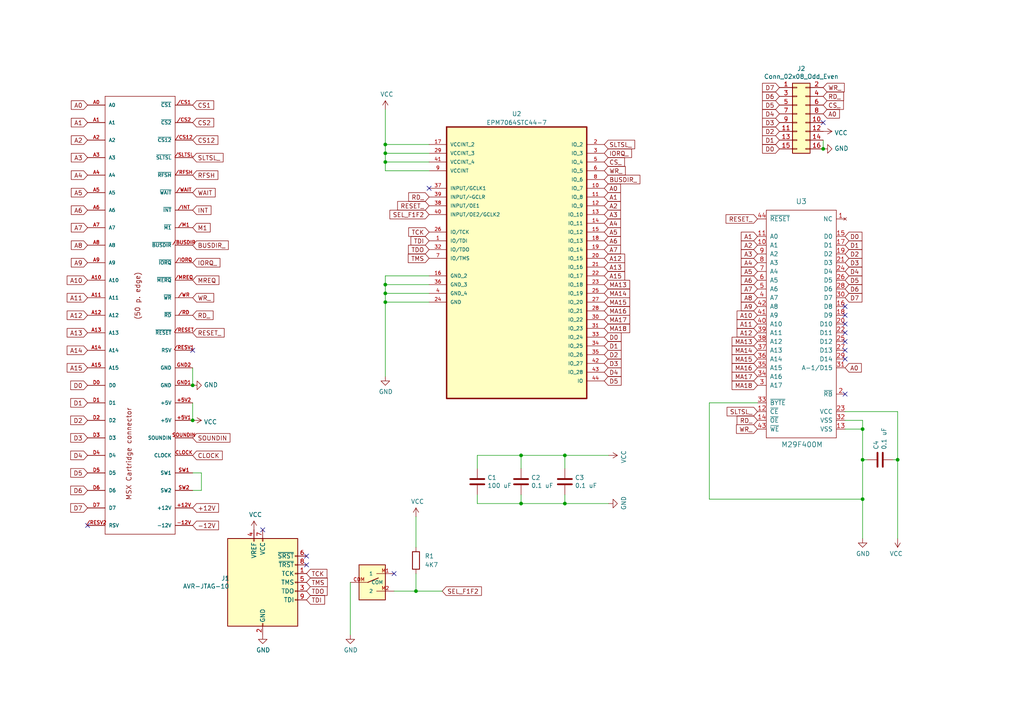
<source format=kicad_sch>
(kicad_sch (version 20231120) (generator "eeschema") (generator_version "8.0")
  (paper "A4")
  (title_block (title "MSX-USB") (date "2024-10-12") (rev "5.0") (company "The Retro Hacker") (comment 2 "New PCB version, CPLD code by The Retro Hacker") (comment 3 "Original project by S0urceror") (comment 4 "MSX-USB Interface"))
  (lib_symbols
    (symbol "Connector:AVR-JTAG-10" (pin_names (offset 1.016))
      (property "Reference" "J" (at -8.89 13.97 0))
      (property "Value" "AVR-JTAG-10" (at 1.27 13.97 0))
      (symbol "AVR-JTAG-10_0_1"
        (rectangle (start -2.667 12.7) (end -2.413 11.938))
        (rectangle (start -0.127 -11.938) (end 0.127 -12.7))
        (rectangle (start -0.127 12.7) (end 0.127 11.938))
        (rectangle (start 10.16 -4.953) (end 9.398 -5.207))
        (rectangle (start 10.16 -2.413) (end 9.398 -2.667))
        (rectangle (start 10.16 0.127) (end 9.398 -0.127))
        (rectangle (start 10.16 2.667) (end 9.398 2.413))
        (rectangle (start 10.16 5.207) (end 9.398 4.953))
        (rectangle (start 10.16 7.747) (end 9.398 7.493))
        (rectangle (start 10.16 12.7) (end -10.16 -12.7) (stroke (width 0.254)) (fill (type background)))
      )
      (symbol "AVR-JTAG-10_1_1"
        (pin passive line (at 12.7 2.54 180) (length 2.54) (name "TCK") (number "1"))
        (pin passive line (at 0 -15.24 90) (length 2.54) hide (name "GND") (number "10"))
        (pin passive line (at 0 -15.24 90) (length 2.54) (name "GND") (number "2"))
        (pin passive line (at 12.7 -2.54 180) (length 2.54) (name "TDO") (number "3"))
        (pin passive line (at -2.54 15.24 270) (length 2.54) (name "VREF") (number "4"))
        (pin passive line (at 12.7 0 180) (length 2.54) (name "TMS") (number "5"))
        (pin passive line (at 12.7 7.62 180) (length 2.54) (name "~{SRST}") (number "6"))
        (pin passive line (at 0 15.24 270) (length 2.54) (name "VCC") (number "7"))
        (pin passive line (at 12.7 5.08 180) (length 2.54) (name "~{TRST}") (number "8"))
        (pin passive line (at 12.7 -5.08 180) (length 2.54) (name "TDI") (number "9"))
      )
    )
    (symbol "Connector_Generic:Conn_02x08_Odd_Even" (pin_names (offset 1.016) hide)
      (property "Reference" "J" (at 1.27 10.16 0))
      (property "Value" "Conn_02x08_Odd_Even" (at 1.27 -12.7 0))
      (symbol "Conn_02x08_Odd_Even_1_1"
        (rectangle (start -1.27 -10.033) (end 0 -10.287) (stroke (width 0.1524)))
        (rectangle (start -1.27 -7.493) (end 0 -7.747) (stroke (width 0.1524)))
        (rectangle (start -1.27 -4.953) (end 0 -5.207) (stroke (width 0.1524)))
        (rectangle (start -1.27 -2.413) (end 0 -2.667) (stroke (width 0.1524)))
        (rectangle (start -1.27 0.127) (end 0 -0.127) (stroke (width 0.1524)))
        (rectangle (start -1.27 2.667) (end 0 2.413) (stroke (width 0.1524)))
        (rectangle (start -1.27 5.207) (end 0 4.953) (stroke (width 0.1524)))
        (rectangle (start -1.27 7.747) (end 0 7.493) (stroke (width 0.1524)))
        (rectangle (start -1.27 8.89) (end 3.81 -11.43) (stroke (width 0.254)) (fill (type background)))
        (rectangle (start 3.81 -10.033) (end 2.54 -10.287) (stroke (width 0.1524)))
        (rectangle (start 3.81 -7.493) (end 2.54 -7.747) (stroke (width 0.1524)))
        (rectangle (start 3.81 -4.953) (end 2.54 -5.207) (stroke (width 0.1524)))
        (rectangle (start 3.81 -2.413) (end 2.54 -2.667) (stroke (width 0.1524)))
        (rectangle (start 3.81 0.127) (end 2.54 -0.127) (stroke (width 0.1524)))
        (rectangle (start 3.81 2.667) (end 2.54 2.413) (stroke (width 0.1524)))
        (rectangle (start 3.81 5.207) (end 2.54 4.953) (stroke (width 0.1524)))
        (rectangle (start 3.81 7.747) (end 2.54 7.493) (stroke (width 0.1524)))
        (pin passive line (at -5.08 7.62 0) (length 3.81) (name "Pin_1") (number "1"))
        (pin passive line (at 7.62 -2.54 180) (length 3.81) (name "Pin_10") (number "10"))
        (pin passive line (at -5.08 -5.08 0) (length 3.81) (name "Pin_11") (number "11"))
        (pin passive line (at 7.62 -5.08 180) (length 3.81) (name "Pin_12") (number "12"))
        (pin passive line (at -5.08 -7.62 0) (length 3.81) (name "Pin_13") (number "13"))
        (pin passive line (at 7.62 -7.62 180) (length 3.81) (name "Pin_14") (number "14"))
        (pin passive line (at -5.08 -10.16 0) (length 3.81) (name "Pin_15") (number "15"))
        (pin passive line (at 7.62 -10.16 180) (length 3.81) (name "Pin_16") (number "16"))
        (pin passive line (at 7.62 7.62 180) (length 3.81) (name "Pin_2") (number "2"))
        (pin passive line (at -5.08 5.08 0) (length 3.81) (name "Pin_3") (number "3"))
        (pin passive line (at 7.62 5.08 180) (length 3.81) (name "Pin_4") (number "4"))
        (pin passive line (at -5.08 2.54 0) (length 3.81) (name "Pin_5") (number "5"))
        (pin passive line (at 7.62 2.54 180) (length 3.81) (name "Pin_6") (number "6"))
        (pin passive line (at -5.08 0 0) (length 3.81) (name "Pin_7") (number "7"))
        (pin passive line (at 7.62 0 180) (length 3.81) (name "Pin_8") (number "8"))
        (pin passive line (at -5.08 -2.54 0) (length 3.81) (name "Pin_9") (number "9"))
      )
    )
    (symbol "Device:C" (pin_numbers hide) (pin_names (offset 0.254))
      (property "Reference" "C" (at 0.635 2.54 0))
      (property "Value" "C" (at 0.635 -2.54 0))
      (symbol "C_0_1"
        (polyline (pts (xy -2.032 -0.762) (xy 2.032 -0.762)) (stroke (width 0.508)))
        (polyline (pts (xy -2.032 0.762) (xy 2.032 0.762)) (stroke (width 0.508)))
      )
      (symbol "C_1_1"
        (pin passive line (at 0 3.81 270) (length 2.794) (name "~") (number "1"))
        (pin passive line (at 0 -3.81 90) (length 2.794) (name "~") (number "2"))
      )
    )
    (symbol "Device:R" (pin_numbers hide) (pin_names (offset 0))
      (property "Reference" "R" (at 2.032 0 90))
      (property "Value" "R" (at 0 0 90))
      (symbol "R_0_1"
        (rectangle (start -1.016 -2.54) (end 1.016 2.54) (stroke (width 0.254)))
      )
      (symbol "R_1_1"
        (pin passive line (at 0 3.81 270) (length 1.27) (name "~") (number "1"))
        (pin passive line (at 0 -3.81 90) (length 1.27) (name "~") (number "2"))
      )
    )
    (symbol "EPM7064STC44-7:EPM7064STC44-7" (pin_names (offset 1.016))
      (property "Reference" "U" (at -6.0074 37.6483 0))
      (property "Value" "EPM7064STC44-7" (at -4.7675 -48.3887 0))
      (symbol "EPM7064STC44-7_0_0"
        (rectangle (start -20.32 -43.18) (end 20.32 35.56) (stroke (width 0.4064)) (fill (type background)))
        (pin bidirectional line (at -25.4 2.54 0) (length 5.08) (name "IO/TDI") (number "1"))
        (pin bidirectional line (at 25.4 17.78 180) (length 5.08) (name "IO_7") (number "10"))
        (pin bidirectional line (at 25.4 15.24 180) (length 5.08) (name "IO_8") (number "11"))
        (pin bidirectional line (at 25.4 12.7 180) (length 5.08) (name "IO_9") (number "12"))
        (pin bidirectional line (at 25.4 10.16 180) (length 5.08) (name "IO_10") (number "13"))
        (pin bidirectional line (at 25.4 7.62 180) (length 5.08) (name "IO_11") (number "14"))
        (pin bidirectional line (at 25.4 5.08 180) (length 5.08) (name "IO_12") (number "15"))
        (pin passive line (at -25.4 -7.62 0) (length 5.08) (name "GND_2") (number "16"))
        (pin power_in line (at -25.4 30.48 0) (length 5.08) (name "VCCINT_2") (number "17"))
        (pin bidirectional line (at 25.4 2.54 180) (length 5.08) (name "IO_13") (number "18"))
        (pin bidirectional line (at 25.4 0 180) (length 5.08) (name "IO_14") (number "19"))
        (pin bidirectional line (at 25.4 30.48 180) (length 5.08) (name "IO_2") (number "2"))
        (pin bidirectional line (at 25.4 -2.54 180) (length 5.08) (name "IO_15") (number "20"))
        (pin bidirectional line (at 25.4 -5.08 180) (length 5.08) (name "IO_16") (number "21"))
        (pin bidirectional line (at 25.4 -7.62 180) (length 5.08) (name "IO_17") (number "22"))
        (pin bidirectional line (at 25.4 -10.16 180) (length 5.08) (name "IO_18") (number "23"))
        (pin passive line (at -25.4 -15.24 0) (length 5.08) (name "GND") (number "24"))
        (pin bidirectional line (at 25.4 -12.7 180) (length 5.08) (name "IO_19") (number "25"))
        (pin bidirectional line (at -25.4 5.08 0) (length 5.08) (name "IO/TCK") (number "26"))
        (pin bidirectional line (at 25.4 -15.24 180) (length 5.08) (name "IO_20") (number "27"))
        (pin bidirectional line (at 25.4 -17.78 180) (length 5.08) (name "IO_21") (number "28"))
        (pin power_in line (at -25.4 27.94 0) (length 5.08) (name "VCCINT_3") (number "29"))
        (pin bidirectional line (at 25.4 27.94 180) (length 5.08) (name "IO_3") (number "3"))
        (pin bidirectional line (at 25.4 -20.32 180) (length 5.08) (name "IO_22") (number "30"))
        (pin bidirectional line (at 25.4 -22.86 180) (length 5.08) (name "IO_23") (number "31"))
        (pin bidirectional line (at -25.4 0 0) (length 5.08) (name "IO/TDO") (number "32"))
        (pin bidirectional line (at 25.4 -25.4 180) (length 5.08) (name "IO_24") (number "33"))
        (pin bidirectional line (at 25.4 -27.94 180) (length 5.08) (name "IO_25") (number "34"))
        (pin bidirectional line (at 25.4 -30.48 180) (length 5.08) (name "IO_26") (number "35"))
        (pin passive line (at -25.4 -10.16 0) (length 5.08) (name "GND_3") (number "36"))
        (pin input line (at -25.4 17.78 0) (length 5.08) (name "INPUT/GCLK1") (number "37"))
        (pin input line (at -25.4 12.7 0) (length 5.08) (name "INPUT/OE1") (number "38"))
        (pin input line (at -25.4 15.24 0) (length 5.08) (name "INPUT/~GCLR") (number "39"))
        (pin passive line (at -25.4 -12.7 0) (length 5.08) (name "GND_4") (number "4"))
        (pin input line (at -25.4 10.16 0) (length 5.08) (name "INPUT/OE2/GCLK2") (number "40"))
        (pin power_in line (at -25.4 25.4 0) (length 5.08) (name "VCCINT_4") (number "41"))
        (pin bidirectional line (at 25.4 -33.02 180) (length 5.08) (name "IO_27") (number "42"))
        (pin bidirectional line (at 25.4 -35.56 180) (length 5.08) (name "IO_28") (number "43"))
        (pin bidirectional line (at 25.4 -38.1 180) (length 5.08) (name "IO") (number "44"))
        (pin bidirectional line (at 25.4 25.4 180) (length 5.08) (name "IO_4") (number "5"))
        (pin bidirectional line (at 25.4 22.86 180) (length 5.08) (name "IO_5") (number "6"))
        (pin bidirectional line (at -25.4 -2.54 0) (length 5.08) (name "IO/TMS") (number "7"))
        (pin bidirectional line (at 25.4 20.32 180) (length 5.08) (name "IO_6") (number "8"))
        (pin power_in line (at -25.4 22.86 0) (length 5.08) (name "VCCINT") (number "9"))
      )
    )
    (symbol "SK12D07VG4:SK12D07VG4" (pin_names (offset 1.016))
      (symbol "SK12D07VG4_0_0"
        (rectangle (start -5.08 5.08) (end 5.08 -2.54) (stroke (width 0.254)) (fill (type background)))
        (polyline (pts (xy 0 0) (xy -1.27 3.048)) (stroke (width 0.254)))
        (pin bidirectional line (at 0 -5.08 90) (length 5.08) (name "COM") (number "COM"))
      )
      (symbol "SK12D07VG4_1_0"
        (pin bidirectional line (at -2.54 7.62 270) (length 5.08) (name "1") (number "M1"))
        (pin bidirectional line (at 2.54 7.62 270) (length 5.08) (name "2") (number "M2"))
      )
    )
    (symbol "m29f400m:M29F400M" (pin_names (offset 1.016))
      (property "Reference" "U1" (at 0.762 1.27 90))
      (symbol "M29F400M_1_0"
        (polyline (pts (xy -10.16 -33.02) (xy 10.16 -33.02)))
        (polyline (pts (xy -10.16 33.02) (xy -10.16 -33.02)))
        (polyline (pts (xy 10.16 -33.02) (xy 10.16 33.02)))
        (polyline (pts (xy 10.16 33.02) (xy -10.16 33.02)))
        (pin input line (at -12.7 22.86 0) (length 2.54) (name "A1") (number "10"))
        (pin input line (at -12.7 25.4 0) (length 2.54) (name "A0") (number "11"))
        (pin input line (at -12.7 -25.4 0) (length 2.54) (name "~{CE}") (number "12"))
        (pin input line (at -12.7 -27.94 0) (length 2.54) (name "~{OE}") (number "14"))
        (pin tri_state line (at 12.7 25.4 180) (length 2.54) (name "D0") (number "15"))
        (pin tri_state line (at 12.7 5.08 180) (length 2.54) (name "D8") (number "16"))
        (pin tri_state line (at 12.7 22.86 180) (length 2.54) (name "D1") (number "17"))
        (pin tri_state line (at 12.7 2.54 180) (length 2.54) (name "D9") (number "18"))
        (pin tri_state line (at 12.7 20.32 180) (length 2.54) (name "D2") (number "19"))
        (pin output line (at 12.7 -20.32 180) (length 2.54) (name "~{RB}") (number "2"))
        (pin tri_state line (at 12.7 0 180) (length 2.54) (name "D10") (number "20"))
        (pin tri_state line (at 12.7 17.78 180) (length 2.54) (name "D3") (number "21"))
        (pin tri_state line (at 12.7 -2.54 180) (length 2.54) (name "D11") (number "22"))
        (pin tri_state line (at 12.7 15.24 180) (length 2.54) (name "D4") (number "24"))
        (pin tri_state line (at 12.7 -5.08 180) (length 2.54) (name "D12") (number "25"))
        (pin tri_state line (at 12.7 12.7 180) (length 2.54) (name "D5") (number "26"))
        (pin tri_state line (at 12.7 -7.62 180) (length 2.54) (name "D13") (number "27"))
        (pin tri_state line (at 12.7 10.16 180) (length 2.54) (name "D6") (number "28"))
        (pin tri_state line (at 12.7 -10.16 180) (length 2.54) (name "D14") (number "29"))
        (pin input line (at -12.7 -17.78 0) (length 2.54) (name "A17") (number "3"))
        (pin tri_state line (at 12.7 7.62 180) (length 2.54) (name "D7") (number "30"))
        (pin tri_state line (at 12.7 -12.7 180) (length 2.54) (name "A-1/D15") (number "31"))
        (pin input line (at -12.7 -22.86 0) (length 2.54) (name "~{BYTE}") (number "33"))
        (pin input line (at -12.7 -15.24 0) (length 2.54) (name "A16") (number "34"))
        (pin input line (at -12.7 -12.7 0) (length 2.54) (name "A15") (number "35"))
        (pin input line (at -12.7 -10.16 0) (length 2.54) (name "A14") (number "36"))
        (pin input line (at -12.7 -7.62 0) (length 2.54) (name "A13") (number "37"))
        (pin input line (at -12.7 -5.08 0) (length 2.54) (name "A12") (number "38"))
        (pin input line (at -12.7 -2.54 0) (length 2.54) (name "A11") (number "39"))
        (pin input line (at -12.7 7.62 0) (length 2.54) (name "A7") (number "4"))
        (pin input line (at -12.7 0 0) (length 2.54) (name "A10") (number "40"))
        (pin input line (at -12.7 2.54 0) (length 2.54) (name "A9") (number "41"))
        (pin input line (at -12.7 5.08 0) (length 2.54) (name "A8") (number "42"))
        (pin input line (at -12.7 -30.48 0) (length 2.54) (name "~{WE}") (number "43"))
        (pin input line (at -12.7 30.48 0) (length 2.54) (name "~{RESET}") (number "44"))
        (pin input line (at -12.7 10.16 0) (length 2.54) (name "A6") (number "5"))
        (pin input line (at -12.7 12.7 0) (length 2.54) (name "A5") (number "6"))
        (pin input line (at -12.7 15.24 0) (length 2.54) (name "A4") (number "7"))
        (pin input line (at -12.7 17.78 0) (length 2.54) (name "A3") (number "8"))
        (pin input line (at -12.7 20.32 0) (length 2.54) (name "A2") (number "9"))
      )
      (symbol "M29F400M_1_1"
        (pin no_connect line (at 12.7 30.48 180) (length 2.54) (name "NC") (number "1"))
        (pin power_in line (at 12.7 -30.48 180) (length 2.54) (name "VSS") (number "13"))
        (pin power_in line (at 12.7 -25.4 180) (length 2.54) (name "VCC") (number "23"))
        (pin power_in line (at 12.7 -27.94 180) (length 2.54) (name "VSS") (number "32"))
      )
    )
    (symbol "msx-con:MSX_CON" (pin_names (offset 1.016))
      (symbol "MSX_CON_1_0"
        (polyline (pts (xy -58.42 -10.16) (xy 68.58 -10.16)))
        (polyline (pts (xy -58.42 10.16) (xy -58.42 -10.16)))
        (polyline (pts (xy 68.58 -10.16) (xy 68.58 10.16)))
        (polyline (pts (xy 68.58 10.16) (xy -58.42 10.16)))
        (text "(50 p. edge)" (at 10.7442 0.7112 0) (effects (font (size 1.4224 1.4224))))
        (text "MSX Cartridge connector" (at -35.0774 3.2512 0) (effects (font (size 1.4224 1.4224))))
      )
      (symbol "MSX_CON_1_1"
        (pin power_out line (at -50.8 -15.24 90) (length 5.08) (name "+12V") (number "+12V"))
        (pin power_out line (at -25.4 -15.24 90) (length 5.08) (name "+5V") (number "+5V1"))
        (pin power_out line (at -20.32 -15.24 90) (length 5.08) (name "+5V") (number "+5V2"))
        (pin power_out line (at -55.88 -15.24 90) (length 5.08) (name "-12V") (number "-12V"))
        (pin input line (at 25.4 -15.24 90) (length 5.08) (name "~{BUSDIR}") (number "/BUSDIR"))
        (pin output line (at 66.04 -15.24 90) (length 5.08) (name "~{CS1}") (number "/CS1"))
        (pin output line (at 55.88 -15.24 90) (length 5.08) (name "~{CS12}") (number "/CS12"))
        (pin output line (at 60.96 -15.24 90) (length 5.08) (name "~{CS2}") (number "/CS2"))
        (pin input line (at 35.56 -15.24 90) (length 5.08) (name "~{INT}") (number "/INT"))
        (pin output line (at 20.32 -15.24 90) (length 5.08) (name "~{IORQ}") (number "/IORQ"))
        (pin output line (at 30.48 -15.24 90) (length 5.08) (name "~{M1}") (number "/M1"))
        (pin output line (at 15.24 -15.24 90) (length 5.08) (name "~{MERQ}") (number "/MREQ"))
        (pin output line (at 5.08 -15.24 90) (length 5.08) (name "~{RD}") (number "/RD"))
        (pin output line (at 0 -15.24 90) (length 5.08) (name "~{RESET}") (number "/RESET"))
        (pin unspecified line (at -5.08 -15.24 90) (length 5.08) (name "RSV") (number "/RESV1"))
        (pin unspecified line (at -55.88 15.24 270) (length 5.08) (name "RSV") (number "/RESV2"))
        (pin output line (at 45.72 -15.24 90) (length 5.08) (name "~{RFSH}") (number "/RFSH"))
        (pin output line (at 50.8 -15.24 90) (length 5.08) (name "~{SLTSL}") (number "/SLTSL"))
        (pin input line (at 40.64 -15.24 90) (length 5.08) (name "~{WAIT}") (number "/WAIT"))
        (pin output line (at 10.16 -15.24 90) (length 5.08) (name "~{WR}") (number "/WR"))
        (pin output line (at 66.04 15.24 270) (length 5.08) (name "A0") (number "A0"))
        (pin output line (at 60.96 15.24 270) (length 5.08) (name "A1") (number "A1"))
        (pin output line (at 15.24 15.24 270) (length 5.08) (name "A10") (number "A10"))
        (pin output line (at 10.16 15.24 270) (length 5.08) (name "A11") (number "A11"))
        (pin output line (at 5.08 15.24 270) (length 5.08) (name "A12") (number "A12"))
        (pin output line (at 0 15.24 270) (length 5.08) (name "A13") (number "A13"))
        (pin output line (at -5.08 15.24 270) (length 5.08) (name "A14") (number "A14"))
        (pin output line (at -10.16 15.24 270) (length 5.08) (name "A15") (number "A15"))
        (pin output line (at 55.88 15.24 270) (length 5.08) (name "A2") (number "A2"))
        (pin output line (at 50.8 15.24 270) (length 5.08) (name "A3") (number "A3"))
        (pin output line (at 45.72 15.24 270) (length 5.08) (name "A4") (number "A4"))
        (pin output line (at 40.64 15.24 270) (length 5.08) (name "A5") (number "A5"))
        (pin output line (at 35.56 15.24 270) (length 5.08) (name "A6") (number "A6"))
        (pin output line (at 30.48 15.24 270) (length 5.08) (name "A7") (number "A7"))
        (pin output line (at 25.4 15.24 270) (length 5.08) (name "A8") (number "A8"))
        (pin output line (at 20.32 15.24 270) (length 5.08) (name "A9") (number "A9"))
        (pin output line (at -35.56 -15.24 90) (length 5.08) (name "CLOCK") (number "CLOCK"))
        (pin bidirectional line (at -15.24 15.24 270) (length 5.08) (name "D0") (number "D0"))
        (pin bidirectional line (at -20.32 15.24 270) (length 5.08) (name "D1") (number "D1"))
        (pin bidirectional line (at -25.4 15.24 270) (length 5.08) (name "D2") (number "D2"))
        (pin bidirectional line (at -30.48 15.24 270) (length 5.08) (name "D3") (number "D3"))
        (pin bidirectional line (at -35.56 15.24 270) (length 5.08) (name "D4") (number "D4"))
        (pin bidirectional line (at -40.64 15.24 270) (length 5.08) (name "D5") (number "D5"))
        (pin bidirectional line (at -45.72 15.24 270) (length 5.08) (name "D6") (number "D6"))
        (pin bidirectional line (at -50.8 15.24 270) (length 5.08) (name "D7") (number "D7"))
        (pin power_out line (at -15.24 -15.24 90) (length 5.08) (name "GND") (number "GND1"))
        (pin power_out line (at -10.16 -15.24 90) (length 5.08) (name "GND") (number "GND2"))
        (pin input line (at -30.48 -15.24 90) (length 5.08) (name "SOUNDIN") (number "SOUNDIN"))
        (pin passive line (at -40.64 -15.24 90) (length 5.08) (name "SW1") (number "SW1"))
        (pin passive line (at -45.72 -15.24 90) (length 5.08) (name "SW2") (number "SW2"))
      )
    )
    (symbol "power:GND" (power) (pin_names (offset 0))
      (property "Value" "GND" (at 0 -3.81 0))
      (symbol "GND_0_1"
        (polyline (pts (xy 0 0) (xy 0 -1.27) (xy 1.27 -1.27) (xy 0 -2.54) (xy -1.27 -1.27) (xy 0 -1.27)))
      )
      (symbol "GND_1_1"
        (pin power_in line (at 0 0 270) (length 0) hide (name "GND") (number "1"))
      )
    )
    (symbol "power:VCC" (power) (pin_names (offset 0))
      (property "Value" "VCC" (at 0 3.81 0))
      (symbol "VCC_0_1"
        (polyline (pts (xy -0.762 1.27) (xy 0 2.54)))
        (polyline (pts (xy 0 0) (xy 0 2.54)))
        (polyline (pts (xy 0 2.54) (xy 0.762 1.27)))
      )
      (symbol "VCC_1_1"
        (pin power_in line (at 0 0 90) (length 0) hide (name "VCC") (number "1"))
      )
    )
  )
  (junction (at 250.19 124.46))
  (junction (at 111.76 87.63))
  (junction (at 238.76 43.18))
  (junction (at 111.76 82.55))
  (junction (at 55.88 111.76))
  (junction (at 163.83 132.08))
  (junction (at 111.76 85.09))
  (junction (at 111.76 46.99))
  (junction (at 250.19 133.35))
  (junction (at 111.76 41.91))
  (junction (at 151.13 132.08))
  (junction (at 111.76 44.45))
  (junction (at 120.65 171.45))
  (junction (at 151.13 146.05))
  (junction (at 55.88 121.92))
  (junction (at 250.19 144.78))
  (junction (at 260.35 133.35))
  (junction (at 163.83 146.05))
  (no_connect (at 245.11 104.14))
  (no_connect (at 76.2 153.67))
  (no_connect (at 124.46 54.61))
  (no_connect (at 114.3 166.37))
  (no_connect (at 88.9 163.83))
  (no_connect (at 245.11 101.6))
  (no_connect (at 88.9 161.29))
  (no_connect (at 238.76 35.56))
  (no_connect (at 245.11 91.44))
  (no_connect (at 245.11 96.52))
  (no_connect (at 245.11 88.9))
  (no_connect (at 55.88 101.6))
  (no_connect (at 245.11 99.06))
  (no_connect (at 25.4 152.4))
  (no_connect (at 245.11 93.98))
  (no_connect (at 245.11 114.3))
  (wire (pts (xy 124.46 49.53) (xy 111.76 49.53)))
  (wire (pts (xy 238.76 40.64) (xy 238.76 43.18)))
  (wire (pts (xy 260.35 133.35) (xy 259.08 133.35)))
  (wire (pts (xy 111.76 41.91) (xy 111.76 31.75)))
  (wire (pts (xy 101.6 168.91) (xy 101.6 184.15)))
  (wire (pts (xy 124.46 46.99) (xy 111.76 46.99)))
  (wire (pts (xy 111.76 82.55) (xy 111.76 85.09)))
  (wire (pts (xy 151.13 146.05) (xy 163.83 146.05)))
  (wire (pts (xy 138.43 132.08) (xy 151.13 132.08)))
  (wire (pts (xy 151.13 135.89) (xy 151.13 132.08)))
  (wire (pts (xy 250.19 144.78) (xy 205.74 144.78)))
  (wire (pts (xy 124.46 41.91) (xy 111.76 41.91)))
  (wire (pts (xy 111.76 44.45) (xy 111.76 41.91)))
  (wire (pts (xy 138.43 146.05) (xy 138.43 143.51)))
  (wire (pts (xy 111.76 49.53) (xy 111.76 46.99)))
  (wire (pts (xy 124.46 80.01) (xy 111.76 80.01)))
  (wire (pts (xy 111.76 85.09) (xy 124.46 85.09)))
  (wire (pts (xy 55.88 137.16) (xy 58.42 137.16)))
  (wire (pts (xy 151.13 132.08) (xy 163.83 132.08)))
  (wire (pts (xy 111.76 87.63) (xy 111.76 109.22)))
  (wire (pts (xy 250.19 121.92) (xy 250.19 124.46)))
  (wire (pts (xy 111.76 46.99) (xy 111.76 44.45)))
  (wire (pts (xy 111.76 82.55) (xy 124.46 82.55)))
  (wire (pts (xy 163.83 132.08) (xy 163.83 135.89)))
  (wire (pts (xy 250.19 124.46) (xy 250.19 133.35)))
  (wire (pts (xy 260.35 133.35) (xy 260.35 119.38)))
  (wire (pts (xy 151.13 143.51) (xy 151.13 146.05)))
  (wire (pts (xy 260.35 119.38) (xy 245.11 119.38)))
  (wire (pts (xy 205.74 116.84) (xy 205.74 144.78)))
  (wire (pts (xy 163.83 143.51) (xy 163.83 146.05)))
  (wire (pts (xy 163.83 132.08) (xy 176.53 132.08)))
  (wire (pts (xy 250.19 144.78) (xy 250.19 156.21)))
  (wire (pts (xy 120.65 171.45) (xy 120.65 166.37)))
  (wire (pts (xy 151.13 146.05) (xy 138.43 146.05)))
  (wire (pts (xy 250.19 133.35) (xy 250.19 144.78)))
  (wire (pts (xy 176.53 146.05) (xy 163.83 146.05)))
  (wire (pts (xy 219.71 116.84) (xy 205.74 116.84)))
  (wire (pts (xy 55.88 106.68) (xy 55.88 111.76)))
  (wire (pts (xy 245.11 121.92) (xy 250.19 121.92)))
  (wire (pts (xy 120.65 149.86) (xy 120.65 158.75)))
  (wire (pts (xy 260.35 156.21) (xy 260.35 133.35)))
  (wire (pts (xy 111.76 85.09) (xy 111.76 87.63)))
  (wire (pts (xy 111.76 87.63) (xy 124.46 87.63)))
  (wire (pts (xy 55.88 142.24) (xy 58.42 142.24)))
  (wire (pts (xy 124.46 44.45) (xy 111.76 44.45)))
  (wire (pts (xy 58.42 137.16) (xy 58.42 142.24)))
  (wire (pts (xy 250.19 133.35) (xy 251.46 133.35)))
  (wire (pts (xy 55.88 121.92) (xy 55.88 116.84)))
  (wire (pts (xy 114.3 171.45) (xy 120.65 171.45)))
  (wire (pts (xy 120.65 171.45) (xy 128.27 171.45)))
  (wire (pts (xy 138.43 135.89) (xy 138.43 132.08)))
  (wire (pts (xy 245.11 124.46) (xy 250.19 124.46)))
  (wire (pts (xy 111.76 80.01) (xy 111.76 82.55)))
  (global_label "RD_" (shape input) (at 238.76 27.94 0) (property "Intersheetrefs" "${INTERSHEET_REFS}" (effects (hide yes))))
  (global_label "D5" (shape input) (at 25.4 137.16 180) (property "Intersheetrefs" "${INTERSHEET_REFS}" (effects (hide yes))))
  (global_label "CS_" (shape input) (at 175.26 46.99 0) (property "Intersheetrefs" "${INTERSHEET_REFS}" (effects (hide yes))))
  (global_label "A0" (shape input) (at 238.76 33.02 0) (property "Intersheetrefs" "${INTERSHEET_REFS}" (effects (hide yes))))
  (global_label "D4" (shape input) (at 175.26 107.95 0) (property "Intersheetrefs" "${INTERSHEET_REFS}" (effects (hide yes))))
  (global_label "A3" (shape input) (at 175.26 62.23 0) (property "Intersheetrefs" "${INTERSHEET_REFS}" (effects (hide yes))))
  (global_label "A9" (shape input) (at 219.71 88.9 180) (property "Intersheetrefs" "${INTERSHEET_REFS}" (effects (hide yes))))
  (global_label "MA18" (shape input) (at 175.26 95.25 0) (property "Intersheetrefs" "${INTERSHEET_REFS}" (effects (hide yes))))
  (global_label "TDI" (shape input) (at 124.46 69.85 180) (property "Intersheetrefs" "${INTERSHEET_REFS}" (effects (hide yes))))
  (global_label "BUSDIR_" (shape input) (at 55.88 71.12 0) (property "Intersheetrefs" "${INTERSHEET_REFS}" (effects (hide yes))))
  (global_label "A13" (shape input) (at 175.26 77.47 0) (property "Intersheetrefs" "${INTERSHEET_REFS}" (effects (hide yes))))
  (global_label "A10" (shape input) (at 25.4 81.28 180) (property "Intersheetrefs" "${INTERSHEET_REFS}" (effects (hide yes))))
  (global_label "TDO" (shape input) (at 124.46 72.39 180) (property "Intersheetrefs" "${INTERSHEET_REFS}" (effects (hide yes))))
  (global_label "A5" (shape input) (at 219.71 78.74 180) (property "Intersheetrefs" "${INTERSHEET_REFS}" (effects (hide yes))))
  (global_label "RD_" (shape input) (at 219.71 121.92 180) (property "Intersheetrefs" "${INTERSHEET_REFS}" (effects (hide yes))))
  (global_label "CS2" (shape input) (at 55.88 35.56 0) (property "Intersheetrefs" "${INTERSHEET_REFS}" (effects (hide yes))))
  (global_label "IORQ_" (shape input) (at 55.88 76.2 0) (property "Intersheetrefs" "${INTERSHEET_REFS}" (effects (hide yes))))
  (global_label "A1" (shape input) (at 25.4 35.56 180) (property "Intersheetrefs" "${INTERSHEET_REFS}" (effects (hide yes))))
  (global_label "A2" (shape input) (at 175.26 59.69 0) (property "Intersheetrefs" "${INTERSHEET_REFS}" (effects (hide yes))))
  (global_label "A7" (shape input) (at 25.4 66.04 180) (property "Intersheetrefs" "${INTERSHEET_REFS}" (effects (hide yes))))
  (global_label "D3" (shape input) (at 226.06 35.56 180) (property "Intersheetrefs" "${INTERSHEET_REFS}" (effects (hide yes))))
  (global_label "A11" (shape input) (at 219.71 93.98 180) (property "Intersheetrefs" "${INTERSHEET_REFS}" (effects (hide yes))))
  (global_label "D1" (shape input) (at 226.06 40.64 180) (property "Intersheetrefs" "${INTERSHEET_REFS}" (effects (hide yes))))
  (global_label "WAIT" (shape input) (at 55.88 55.88 0) (property "Intersheetrefs" "${INTERSHEET_REFS}" (effects (hide yes))))
  (global_label "D4" (shape input) (at 25.4 132.08 180) (property "Intersheetrefs" "${INTERSHEET_REFS}" (effects (hide yes))))
  (global_label "SLTSL_" (shape input) (at 55.88 45.72 0) (property "Intersheetrefs" "${INTERSHEET_REFS}" (effects (hide yes))))
  (global_label "A2" (shape input) (at 25.4 40.64 180) (property "Intersheetrefs" "${INTERSHEET_REFS}" (effects (hide yes))))
  (global_label "MA17" (shape input) (at 219.71 109.22 180) (property "Intersheetrefs" "${INTERSHEET_REFS}" (effects (hide yes))))
  (global_label "D1" (shape input) (at 25.4 116.84 180) (property "Intersheetrefs" "${INTERSHEET_REFS}" (effects (hide yes))))
  (global_label "SLTSL_" (shape input) (at 219.71 119.38 180) (property "Intersheetrefs" "${INTERSHEET_REFS}" (effects (hide yes))))
  (global_label "CLOCK" (shape input) (at 55.88 132.08 0) (property "Intersheetrefs" "${INTERSHEET_REFS}" (effects (hide yes))))
  (global_label "CS1" (shape input) (at 55.88 30.48 0) (property "Intersheetrefs" "${INTERSHEET_REFS}" (effects (hide yes))))
  (global_label "RESET_" (shape input) (at 219.71 63.5 180) (property "Intersheetrefs" "${INTERSHEET_REFS}" (effects (hide yes))))
  (global_label "MREQ" (shape input) (at 55.88 81.28 0) (property "Intersheetrefs" "${INTERSHEET_REFS}" (effects (hide yes))))
  (global_label "SEL_F1F2" (shape input) (at 124.46 62.23 180) (property "Intersheetrefs" "${INTERSHEET_REFS}" (effects (hide yes))))
  (global_label "A15" (shape input) (at 25.4 106.68 180) (property "Intersheetrefs" "${INTERSHEET_REFS}" (effects (hide yes))))
  (global_label "TCK" (shape input) (at 124.46 67.31 180) (property "Intersheetrefs" "${INTERSHEET_REFS}" (effects (hide yes))))
  (global_label "A10" (shape input) (at 219.71 91.44 180) (property "Intersheetrefs" "${INTERSHEET_REFS}" (effects (hide yes))))
  (global_label "MA13" (shape input) (at 175.26 82.55 0) (property "Intersheetrefs" "${INTERSHEET_REFS}" (effects (hide yes))))
  (global_label "D3" (shape input) (at 175.26 105.41 0) (property "Intersheetrefs" "${INTERSHEET_REFS}" (effects (hide yes))))
  (global_label "RD_" (shape input) (at 124.46 57.15 180) (property "Intersheetrefs" "${INTERSHEET_REFS}" (effects (hide yes))))
  (global_label "A6" (shape input) (at 175.26 69.85 0) (property "Intersheetrefs" "${INTERSHEET_REFS}" (effects (hide yes))))
  (global_label "SLTSL_" (shape input) (at 175.26 41.91 0) (property "Intersheetrefs" "${INTERSHEET_REFS}" (effects (hide yes))))
  (global_label "WR_" (shape input) (at 238.76 25.4 0) (property "Intersheetrefs" "${INTERSHEET_REFS}" (effects (hide yes))))
  (global_label "D2" (shape input) (at 25.4 121.92 180) (property "Intersheetrefs" "${INTERSHEET_REFS}" (effects (hide yes))))
  (global_label "A12" (shape input) (at 219.71 96.52 180) (property "Intersheetrefs" "${INTERSHEET_REFS}" (effects (hide yes))))
  (global_label "D2" (shape input) (at 226.06 38.1 180) (property "Intersheetrefs" "${INTERSHEET_REFS}" (effects (hide yes))))
  (global_label "D5" (shape input) (at 226.06 30.48 180) (property "Intersheetrefs" "${INTERSHEET_REFS}" (effects (hide yes))))
  (global_label "D6" (shape input) (at 226.06 27.94 180) (property "Intersheetrefs" "${INTERSHEET_REFS}" (effects (hide yes))))
  (global_label "A12" (shape input) (at 25.4 91.44 180) (property "Intersheetrefs" "${INTERSHEET_REFS}" (effects (hide yes))))
  (global_label "-12V" (shape input) (at 55.88 152.4 0) (property "Intersheetrefs" "${INTERSHEET_REFS}" (effects (hide yes))))
  (global_label "A4" (shape input) (at 175.26 64.77 0) (property "Intersheetrefs" "${INTERSHEET_REFS}" (effects (hide yes))))
  (global_label "D6" (shape input) (at 245.11 83.82 0) (property "Intersheetrefs" "${INTERSHEET_REFS}" (effects (hide yes))))
  (global_label "A8" (shape input) (at 25.4 71.12 180) (property "Intersheetrefs" "${INTERSHEET_REFS}" (effects (hide yes))))
  (global_label "A11" (shape input) (at 25.4 86.36 180) (property "Intersheetrefs" "${INTERSHEET_REFS}" (effects (hide yes))))
  (global_label "D2" (shape input) (at 175.26 102.87 0) (property "Intersheetrefs" "${INTERSHEET_REFS}" (effects (hide yes))))
  (global_label "D7" (shape input) (at 226.06 25.4 180) (property "Intersheetrefs" "${INTERSHEET_REFS}" (effects (hide yes))))
  (global_label "D4" (shape input) (at 245.11 78.74 0) (property "Intersheetrefs" "${INTERSHEET_REFS}" (effects (hide yes))))
  (global_label "+12V" (shape input) (at 55.88 147.32 0) (property "Intersheetrefs" "${INTERSHEET_REFS}" (effects (hide yes))))
  (global_label "CS12" (shape input) (at 55.88 40.64 0) (property "Intersheetrefs" "${INTERSHEET_REFS}" (effects (hide yes))))
  (global_label "MA15" (shape input) (at 219.71 104.14 180) (property "Intersheetrefs" "${INTERSHEET_REFS}" (effects (hide yes))))
  (global_label "IORQ_" (shape input) (at 175.26 44.45 0) (property "Intersheetrefs" "${INTERSHEET_REFS}" (effects (hide yes))))
  (global_label "D0" (shape input) (at 25.4 111.76 180) (property "Intersheetrefs" "${INTERSHEET_REFS}" (effects (hide yes))))
  (global_label "A0" (shape input) (at 175.26 54.61 0) (property "Intersheetrefs" "${INTERSHEET_REFS}" (effects (hide yes))))
  (global_label "A6" (shape input) (at 219.71 81.28 180) (property "Intersheetrefs" "${INTERSHEET_REFS}" (effects (hide yes))))
  (global_label "A0" (shape input) (at 245.11 106.68 0) (property "Intersheetrefs" "${INTERSHEET_REFS}" (effects (hide yes))))
  (global_label "A15" (shape input) (at 175.26 80.01 0) (property "Intersheetrefs" "${INTERSHEET_REFS}" (effects (hide yes))))
  (global_label "MA15" (shape input) (at 175.26 87.63 0) (property "Intersheetrefs" "${INTERSHEET_REFS}" (effects (hide yes))))
  (global_label "D0" (shape input) (at 175.26 97.79 0) (property "Intersheetrefs" "${INTERSHEET_REFS}" (effects (hide yes))))
  (global_label "SEL_F1F2" (shape input) (at 128.27 171.45 0) (property "Intersheetrefs" "${INTERSHEET_REFS}" (effects (hide yes))))
  (global_label "D3" (shape input) (at 25.4 127 180) (property "Intersheetrefs" "${INTERSHEET_REFS}" (effects (hide yes))))
  (global_label "D7" (shape input) (at 245.11 86.36 0) (property "Intersheetrefs" "${INTERSHEET_REFS}" (effects (hide yes))))
  (global_label "A3" (shape input) (at 219.71 73.66 180) (property "Intersheetrefs" "${INTERSHEET_REFS}" (effects (hide yes))))
  (global_label "A13" (shape input) (at 25.4 96.52 180) (property "Intersheetrefs" "${INTERSHEET_REFS}" (effects (hide yes))))
  (global_label "TDO" (shape input) (at 88.9 171.45 0) (property "Intersheetrefs" "${INTERSHEET_REFS}" (effects (hide yes))))
  (global_label "A1" (shape input) (at 175.26 57.15 0) (property "Intersheetrefs" "${INTERSHEET_REFS}" (effects (hide yes))))
  (global_label "A8" (shape input) (at 219.71 86.36 180) (property "Intersheetrefs" "${INTERSHEET_REFS}" (effects (hide yes))))
  (global_label "D5" (shape input) (at 175.26 110.49 0) (property "Intersheetrefs" "${INTERSHEET_REFS}" (effects (hide yes))))
  (global_label "WR_" (shape input) (at 55.88 86.36 0) (property "Intersheetrefs" "${INTERSHEET_REFS}" (effects (hide yes))))
  (global_label "D4" (shape input) (at 226.06 33.02 180) (property "Intersheetrefs" "${INTERSHEET_REFS}" (effects (hide yes))))
  (global_label "MA14" (shape input) (at 175.26 85.09 0) (property "Intersheetrefs" "${INTERSHEET_REFS}" (effects (hide yes))))
  (global_label "CS_" (shape input) (at 238.76 30.48 0) (property "Intersheetrefs" "${INTERSHEET_REFS}" (effects (hide yes))))
  (global_label "A2" (shape input) (at 219.71 71.12 180) (property "Intersheetrefs" "${INTERSHEET_REFS}" (effects (hide yes))))
  (global_label "A7" (shape input) (at 219.71 83.82 180) (property "Intersheetrefs" "${INTERSHEET_REFS}" (effects (hide yes))))
  (global_label "A9" (shape input) (at 25.4 76.2 180) (property "Intersheetrefs" "${INTERSHEET_REFS}" (effects (hide yes))))
  (global_label "D7" (shape input) (at 25.4 147.32 180) (property "Intersheetrefs" "${INTERSHEET_REFS}" (effects (hide yes))))
  (global_label "TCK" (shape input) (at 88.9 166.37 0) (property "Intersheetrefs" "${INTERSHEET_REFS}" (effects (hide yes))))
  (global_label "D6" (shape input) (at 25.4 142.24 180) (property "Intersheetrefs" "${INTERSHEET_REFS}" (effects (hide yes))))
  (global_label "D2" (shape input) (at 245.11 73.66 0) (property "Intersheetrefs" "${INTERSHEET_REFS}" (effects (hide yes))))
  (global_label "MA14" (shape input) (at 219.71 101.6 180) (property "Intersheetrefs" "${INTERSHEET_REFS}" (effects (hide yes))))
  (global_label "D1" (shape input) (at 245.11 71.12 0) (property "Intersheetrefs" "${INTERSHEET_REFS}" (effects (hide yes))))
  (global_label "A4" (shape input) (at 219.71 76.2 180) (property "Intersheetrefs" "${INTERSHEET_REFS}" (effects (hide yes))))
  (global_label "A3" (shape input) (at 25.4 45.72 180) (property "Intersheetrefs" "${INTERSHEET_REFS}" (effects (hide yes))))
  (global_label "MA18" (shape input) (at 219.71 111.76 180) (property "Intersheetrefs" "${INTERSHEET_REFS}" (effects (hide yes))))
  (global_label "RFSH" (shape input) (at 55.88 50.8 0) (property "Intersheetrefs" "${INTERSHEET_REFS}" (effects (hide yes))))
  (global_label "D5" (shape input) (at 245.11 81.28 0) (property "Intersheetrefs" "${INTERSHEET_REFS}" (effects (hide yes))))
  (global_label "D0" (shape input) (at 226.06 43.18 180) (property "Intersheetrefs" "${INTERSHEET_REFS}" (effects (hide yes))))
  (global_label "MA16" (shape input) (at 219.71 106.68 180) (property "Intersheetrefs" "${INTERSHEET_REFS}" (effects (hide yes))))
  (global_label "A12" (shape input) (at 175.26 74.93 0) (property "Intersheetrefs" "${INTERSHEET_REFS}" (effects (hide yes))))
  (global_label "RESET_" (shape input) (at 124.46 59.69 180) (property "Intersheetrefs" "${INTERSHEET_REFS}" (effects (hide yes))))
  (global_label "SOUNDIN" (shape input) (at 55.88 127 0) (property "Intersheetrefs" "${INTERSHEET_REFS}" (effects (hide yes))))
  (global_label "A6" (shape input) (at 25.4 60.96 180) (property "Intersheetrefs" "${INTERSHEET_REFS}" (effects (hide yes))))
  (global_label "TDI" (shape input) (at 88.9 173.99 0) (property "Intersheetrefs" "${INTERSHEET_REFS}" (effects (hide yes))))
  (global_label "A4" (shape input) (at 25.4 50.8 180) (property "Intersheetrefs" "${INTERSHEET_REFS}" (effects (hide yes))))
  (global_label "TMS" (shape input) (at 88.9 168.91 0) (property "Intersheetrefs" "${INTERSHEET_REFS}" (effects (hide yes))))
  (global_label "A5" (shape input) (at 175.26 67.31 0) (property "Intersheetrefs" "${INTERSHEET_REFS}" (effects (hide yes))))
  (global_label "WR_" (shape input) (at 175.26 49.53 0) (property "Intersheetrefs" "${INTERSHEET_REFS}" (effects (hide yes))))
  (global_label "WR_" (shape input) (at 219.71 124.46 180) (property "Intersheetrefs" "${INTERSHEET_REFS}" (effects (hide yes))))
  (global_label "A14" (shape input) (at 25.4 101.6 180) (property "Intersheetrefs" "${INTERSHEET_REFS}" (effects (hide yes))))
  (global_label "BUSDIR_" (shape input) (at 175.26 52.07 0) (property "Intersheetrefs" "${INTERSHEET_REFS}" (effects (hide yes))))
  (global_label "A1" (shape input) (at 219.71 68.58 180) (property "Intersheetrefs" "${INTERSHEET_REFS}" (effects (hide yes))))
  (global_label "RESET_" (shape input) (at 55.88 96.52 0) (property "Intersheetrefs" "${INTERSHEET_REFS}" (effects (hide yes))))
  (global_label "D3" (shape input) (at 245.11 76.2 0) (property "Intersheetrefs" "${INTERSHEET_REFS}" (effects (hide yes))))
  (global_label "MA13" (shape input) (at 219.71 99.06 180) (property "Intersheetrefs" "${INTERSHEET_REFS}" (effects (hide yes))))
  (global_label "A7" (shape input) (at 175.26 72.39 0) (property "Intersheetrefs" "${INTERSHEET_REFS}" (effects (hide yes))))
  (global_label "MA16" (shape input) (at 175.26 90.17 0) (property "Intersheetrefs" "${INTERSHEET_REFS}" (effects (hide yes))))
  (global_label "A5" (shape input) (at 25.4 55.88 180) (property "Intersheetrefs" "${INTERSHEET_REFS}" (effects (hide yes))))
  (global_label "A0" (shape input) (at 25.4 30.48 180) (property "Intersheetrefs" "${INTERSHEET_REFS}" (effects (hide yes))))
  (global_label "RD_" (shape input) (at 55.88 91.44 0) (property "Intersheetrefs" "${INTERSHEET_REFS}" (effects (hide yes))))
  (global_label "INT" (shape input) (at 55.88 60.96 0) (property "Intersheetrefs" "${INTERSHEET_REFS}" (effects (hide yes))))
  (global_label "MA17" (shape input) (at 175.26 92.71 0) (property "Intersheetrefs" "${INTERSHEET_REFS}" (effects (hide yes))))
  (global_label "D1" (shape input) (at 175.26 100.33 0) (property "Intersheetrefs" "${INTERSHEET_REFS}" (effects (hide yes))))
  (global_label "D0" (shape input) (at 245.11 68.58 0) (property "Intersheetrefs" "${INTERSHEET_REFS}" (effects (hide yes))))
  (global_label "M1" (shape input) (at 55.88 66.04 0) (property "Intersheetrefs" "${INTERSHEET_REFS}" (effects (hide yes))))
  (global_label "TMS" (shape input) (at 124.46 74.93 180) (property "Intersheetrefs" "${INTERSHEET_REFS}" (effects (hide yes))))
  (symbol (lib_id "Connector_Generic:Conn_02x08_Odd_Even") (at 231.14 33.02 0) (unit 1)
    (property "Reference" "J2" (at 232.41 19.8882 0))
    (property "Value" "Conn_02x08_Odd_Even" (at 232.41 22.1996 0))
    (property "Footprint" "libraries:PinHeader_2x08_P2.54mm_Vertical" (effects (hide yes)))
  )
  (symbol (lib_id "power:VCC") (at 55.88 121.92 270) (unit 1)
    (property "Reference" "#PWR02" (effects (hide yes)))
    (property "Value" "VCC" (at 59.1058 122.3772 90) (effects (justify left)))
  )
  (symbol (lib_id "power:GND") (at 55.88 111.76 90) (unit 1)
    (property "Reference" "#PWR01" (effects (hide yes)))
    (property "Value" "GND" (at 59.1312 111.633 90) (effects (justify right)))
  )
  (symbol (lib_id "power:GND") (at 238.76 43.18 90) (unit 1)
    (property "Reference" "#PWR011" (effects (hide yes)))
    (property "Value" "GND" (at 242.0112 43.053 90) (effects (justify right)))
  )
  (symbol (lib_id "power:VCC") (at 238.76 38.1 270) (unit 1)
    (property "Reference" "#PWR010" (effects (hide yes)))
    (property "Value" "VCC" (at 242.0112 38.5318 90) (effects (justify left)))
  )
  (symbol (lib_id "Device:C") (at 151.13 139.7 0) (unit 1)
    (property "Reference" "C2" (at 154.051 138.5316 0) (effects (justify left)))
    (property "Value" "0.1 uF" (at 154.051 140.843 0) (effects (justify left)))
    (property "Footprint" "Capacitor_SMD:C_0805_2012Metric_Pad1.18x1.45mm_HandSolder" (effects (hide yes)))
  )
  (symbol (lib_id "power:VCC") (at 176.53 132.08 270) (unit 1)
    (property "Reference" "#PWR08" (effects (hide yes)))
    (property "Value" "VCC" (at 180.9242 132.5118 0))
  )
  (symbol (lib_id "power:GND") (at 176.53 146.05 90) (unit 1)
    (property "Reference" "#PWR09" (effects (hide yes)))
    (property "Value" "GND" (at 180.9242 145.923 0))
  )
  (symbol (lib_id "Device:C") (at 163.83 139.7 0) (unit 1)
    (property "Reference" "C3" (at 166.751 138.5316 0) (effects (justify left)))
    (property "Value" "0.1 uF" (at 166.751 140.843 0) (effects (justify left)))
    (property "Footprint" "Capacitor_SMD:C_0805_2012Metric_Pad1.18x1.45mm_HandSolder" (effects (hide yes)))
  )
  (symbol (lib_id "Connector:AVR-JTAG-10") (at 76.2 168.91 0) (unit 1)
    (property "Reference" "J1" (at 66.548 167.7416 0) (effects (justify right)))
    (property "Value" "AVR-JTAG-10" (at 66.548 170.053 0) (effects (justify right)))
    (property "Footprint" "libraries:PinHeader_2x05_P2.54mm_Vertical" (effects (hide yes)))
    (property "Datasheet" " ~" (effects (hide yes)))
  )
  (symbol (lib_id "msx-con:MSX_CON") (at 40.64 96.52 90) (unit 1)
    (property "Reference" "EDG1" (effects (hide yes)))
    (property "Value" "MSX_CON" (effects (hide yes)))
    (property "Footprint" "libraries:msx-con-MSXCART" (effects (hide yes)))
  )
  (symbol (lib_id "power:VCC") (at 73.66 153.67 0) (unit 1)
    (property "Reference" "#PWR03" (effects (hide yes)))
    (property "Value" "VCC" (at 74.0918 149.2758 0))
  )
  (symbol (lib_id "power:GND") (at 76.2 184.15 0) (unit 1)
    (property "Reference" "#PWR04" (effects (hide yes)))
    (property "Value" "GND" (at 76.327 188.5442 0))
  )
  (symbol (lib_id "Device:C") (at 138.43 139.7 0) (unit 1)
    (property "Reference" "C1" (at 141.351 138.5316 0) (effects (justify left)))
    (property "Value" "100 uF" (at 141.351 140.843 0) (effects (justify left)))
    (property "Footprint" "Capacitor_THT:CP_Radial_D5.0mm_P2.50mm" (effects (hide yes)))
  )
  (symbol (lib_id "EPM7064STC44-7:EPM7064STC44-7") (at 149.86 72.39 0) (unit 1)
    (property "Reference" "U2" (at 149.86 33.02 0))
    (property "Value" "EPM7064STC44-7" (at 149.86 35.56 0))
    (property "Footprint" "libraries:QFP80P1200X1200X120-44N" (effects (hide yes)))
    (property "MF" "Altera" (effects (hide yes)))
    (property "Description_1" "\nIC CPLD 64MC 7.5NS 44TQFP\n" (effects (hide yes)))
    (property "PACKAGE" "QFP-44" (effects (hide yes)))
    (property "MPN" "EPM7064STC44-7" (effects (hide yes)))
    (property "Price" "None" (effects (hide yes)))
    (property "Package" "TQFP-44 Intel" (effects (hide yes)))
    (property "OC_FARNELL" "-" (effects (hide yes)))
    (property "SnapEDA_Link" "https://www.snapeda.com/parts/EPM7064STC44-7/Altera/view-part/?ref=snap" (effects (hide yes)))
    (property "MP" "EPM7064STC44-7" (effects (hide yes)))
    (property "SUPPLIER" "Altera" (effects (hide yes)))
    (property "OC_NEWARK" "51R9648" (effects (hide yes)))
    (property "Availability" "In Stock" (effects (hide yes)))
    (property "Check_prices" "https://www.snapeda.com/parts/EPM7064STC44-7/Altera/view-part/?ref=eda" (effects (hide yes)))
  )
  (symbol (lib_id "Device:R") (at 120.65 162.56 0) (unit 1)
    (property "Reference" "R1" (at 123.19 161.2899 0) (effects (justify left)))
    (property "Value" "4K7" (at 123.19 163.8299 0) (effects (justify left)))
    (property "Footprint" "Resistor_SMD:R_0805_2012Metric_Pad1.20x1.40mm_HandSolder" (effects (hide yes)))
  )
  (symbol (lib_id "power:GND") (at 101.6 184.15 0) (unit 1)
    (property "Reference" "#PWR05" (effects (hide yes)))
    (property "Value" "GND" (at 101.727 188.5442 0))
  )
  (symbol (lib_id "power:VCC") (at 120.65 149.86 0) (unit 1)
    (property "Reference" "#PWR07" (effects (hide yes)))
    (property "Value" "VCC" (at 121.0818 145.4658 0))
  )
  (symbol (lib_id "Device:C") (at 255.27 133.35 90) (unit 1)
    (property "Reference" "C4" (at 254.1016 130.429 0) (effects (justify left)))
    (property "Value" "0.1 uF" (at 256.413 130.429 0) (effects (justify left)))
    (property "Footprint" "Capacitor_SMD:C_0805_2012Metric_Pad1.18x1.45mm_HandSolder" (effects (hide yes)))
  )
  (symbol (lib_id "SK12D07VG4:SK12D07VG4") (at 106.68 168.91 270) (unit 1)
    (property "Reference" "SW1" (effects (hide yes)))
    (property "Value" "SK12D07VG4" (effects (hide yes)))
    (property "Footprint" "SK12D07VG4" (effects (hide yes)))
  )
  (symbol (lib_id "power:GND") (at 250.19 156.21 0) (unit 1)
    (property "Reference" "#PWR012" (effects (hide yes)))
    (property "Value" "GND" (at 250.317 160.6042 0))
  )
  (symbol (lib_id "power:GND") (at 111.76 109.22 0) (unit 1)
    (property "Reference" "#PWR014" (effects (hide yes)))
    (property "Value" "GND" (at 111.887 113.6142 0))
  )
  (symbol (lib_id "power:VCC") (at 260.35 156.21 180) (unit 1)
    (property "Reference" "#PWR013" (effects (hide yes)))
    (property "Value" "VCC" (at 259.9182 160.6042 0))
  )
  (symbol (lib_id "power:VCC") (at 111.76 31.75 0) (unit 1)
    (property "Reference" "#PWR06" (effects (hide yes)))
    (property "Value" "VCC" (at 112.1918 27.3558 0))
  )
  (symbol (lib_id "m29f400m:M29F400M") (at 232.41 93.98 0) (unit 1)
    (property "Reference" "U3" (at 232.41 58.42 0) (effects (font (size 1.4986 1.4986))))
    (property "Value" "M29F400M" (at 226.568 129.794 0) (effects (font (size 1.4986 1.4986)) (justify left bottom)))
    (property "Footprint" "libraries:SO44" (effects (hide yes)))
  )
)
</source>
